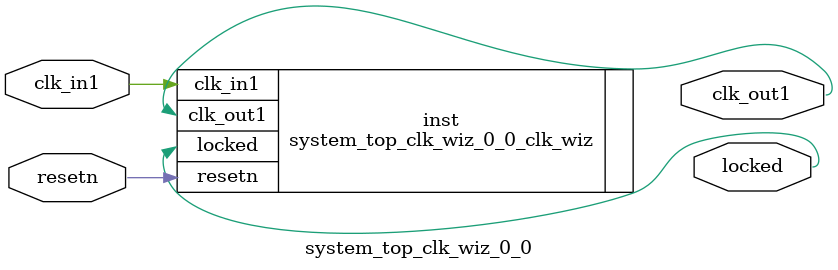
<source format=v>


`timescale 1ps/1ps

(* CORE_GENERATION_INFO = "system_top_clk_wiz_0_0,clk_wiz_v5_3_1,{component_name=system_top_clk_wiz_0_0,use_phase_alignment=true,use_min_o_jitter=false,use_max_i_jitter=false,use_dyn_phase_shift=false,use_inclk_switchover=false,use_dyn_reconfig=false,enable_axi=0,feedback_source=FDBK_AUTO,PRIMITIVE=MMCM,num_out_clk=1,clkin1_period=10.0,clkin2_period=10.0,use_power_down=false,use_reset=true,use_locked=true,use_inclk_stopped=false,feedback_type=SINGLE,CLOCK_MGR_TYPE=NA,manual_override=false}" *)

module system_top_clk_wiz_0_0 
 (
 // Clock in ports
  input         clk_in1,
  // Clock out ports
  output        clk_out1,
  // Status and control signals
  input         resetn,
  output        locked
 );

  system_top_clk_wiz_0_0_clk_wiz inst
  (
 // Clock in ports
  .clk_in1(clk_in1),
  // Clock out ports  
  .clk_out1(clk_out1),
  // Status and control signals               
  .resetn(resetn), 
  .locked(locked)            
  );

endmodule

</source>
